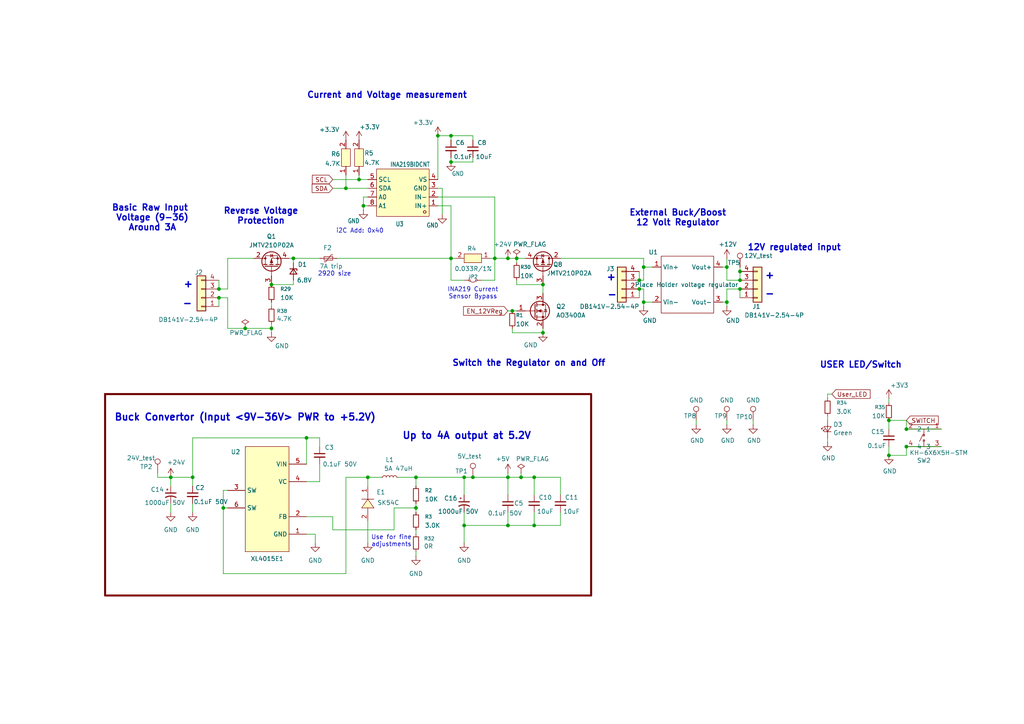
<source format=kicad_sch>
(kicad_sch (version 20250114) (generator "eeschema") (generator_version "9.0")
  (paper "A4")
  (title_block (title "MothBox") (date "2025-10-02") (rev "5.0.2") (company "Digital Naturalism Laboritories"))
  (lib_symbols
    (symbol "0_easyeda2kicad:KH-6X6X5H-STM"
      (property "Reference" "SW?" (at 0 7.62 0))
      (property "Value" "KH-6X6X5H-STM" (at 0 -7.62 0))
      (symbol "KH-6X6X5H-STM_0_1"
        (pin unspecified line (at -5.08 2.54 0) (length 2.54) (name "1") (number "1"))
        (pin unspecified line (at -5.08 -2.54 0) (length 2.54) (name "3") (number "3"))
        (pin unspecified line (at 5.08 2.54 180) (length 2.54) (name "2") (number "2"))
        (pin unspecified line (at 5.08 -2.54 180) (length 2.54) (name "4") (number "4"))
      )
    )
    (symbol "0_pauls_symbols:Device_LED_Small" (pin_numbers (hide yes)) (pin_names (offset 0.254) (hide yes))
      (property "Reference" "D" (at -1.27 3.175 0))
      (property "Value" "Device_LED_Small" (at -4.445 -2.54 0))
      (symbol "Device_LED_Small_1_1"
        (pin passive line (at -2.54 0 0) (length 1.778) (name "K") (number "1"))
        (pin passive line (at 2.54 0 180) (length 1.778) (name "A") (number "2"))
      )
    )
    (symbol "FRC0603J103TS_1" (pin_names (hide yes))
      (property "Reference" "R" (at 0 5.08 0))
      (property "Value" "FRC0603J103TS" (at 0 -5.08 0))
      (symbol "FRC0603J103TS_1_0_1"
        (pin unspecified line (at -5.08 0 0) (length 2.54) (name "1") (number "1"))
        (pin unspecified line (at 5.08 0 180) (length 2.54) (name "2") (number "2"))
      )
    )
    (symbol "Jumper:Jumper_2_Small_Bridged" (pin_numbers (hide yes)) (pin_names (offset 0) (hide yes))
      (property "Reference" "JP" (at 0 2.032 0))
      (property "Value" "Jumper_2_Small_Bridged" (at 0 -2.286 0))
      (symbol "Jumper_2_Small_Bridged_1_1"
        (pin passive line (at -2.54 0 0) (length 1.27) (name "A") (number "1"))
        (pin passive line (at 2.54 0 180) (length 1.27) (name "B") (number "2"))
      )
    )
    (symbol "MothBox_Symbol_Library:+12V" (power) (pin_numbers (hide yes)) (pin_names (offset 0) (hide yes))
      (property "Value" "+12V" (at 0 3.556 0))
      (symbol "+12V_1_1"
        (pin power_in line (at 0 0 90) (length 0) (name "~") (number "1"))
      )
    )
    (symbol "MothBox_Symbol_Library:+24V" (power) (pin_numbers (hide yes)) (pin_names (offset 0) (hide yes))
      (property "Value" "+24V" (at 0 3.556 0))
      (symbol "+24V_1_1"
        (pin power_in line (at 0 0 90) (length 0) (name "~") (number "1"))
      )
    )
    (symbol "MothBox_Symbol_Library:+3.3V" (power) (pin_numbers (hide yes)) (pin_names (offset 0) (hide yes))
      (property "Value" "+3.3V" (at 0 3.556 0))
      (symbol "+3.3V_1_1"
        (pin power_in line (at 0 0 90) (length 0) (name "~") (number "1"))
      )
    )
    (symbol "MothBox_Symbol_Library:+5V" (power) (pin_numbers (hide yes)) (pin_names (offset 0) (hide yes))
      (property "Value" "+5V" (at 0 3.556 0))
      (symbol "+5V_1_1"
        (pin power_in line (at 0 0 90) (length 0) (name "~") (number "1"))
      )
    )
    (symbol "MothBox_Symbol_Library:Buck-Boost"
      (property "Reference" "U" (at 0 0 0))
      (symbol "Buck-Boost_1_1"
        (pin input line (at -10.16 5.08 0) (length 2.54) (name "Vin+") (number "1"))
        (pin input line (at -10.16 -5.08 0) (length 2.54) (name "Vin-") (number "2"))
        (pin output line (at 10.16 5.08 180) (length 2.54) (name "Vout+") (number "4"))
        (pin output line (at 10.16 -5.08 180) (length 2.54) (name "Vout-") (number "3"))
      )
    )
    (symbol "MothBox_Symbol_Library:C_Polarized_Small_US" (pin_numbers (hide yes)) (pin_names (offset 0.254) (hide yes))
      (property "Reference" "C" (at 0.254 1.778 0))
      (property "Value" "C_Polarized_Small_US" (at 0.254 -2.032 0))
      (symbol "C_Polarized_Small_US_1_1"
        (pin passive line (at 0 2.54 270) (length 2.032) (name "~") (number "1"))
        (pin passive line (at 0 -2.54 90) (length 2.032) (name "~") (number "2"))
      )
    )
    (symbol "MothBox_Symbol_Library:C_Small" (pin_numbers (hide yes)) (pin_names (offset 0.254) (hide yes))
      (property "Reference" "C" (at 0.254 1.778 0))
      (property "Value" "C_Small" (at 0.254 -2.032 0))
      (symbol "C_Small_1_1"
        (pin passive line (at 0 2.54 270) (length 2.032) (name "~") (number "1"))
        (pin passive line (at 0 -2.54 90) (length 2.032) (name "~") (number "2"))
      )
    )
    (symbol "MothBox_Symbol_Library:Conn_01x04" (pin_names (offset 1.016) (hide yes))
      (property "Reference" "J" (at 0 5.08 0))
      (property "Value" "Conn_01x04" (at 0 -7.62 0))
      (symbol "Conn_01x04_1_1"
        (pin passive line (at -5.08 2.54 0) (length 3.81) (name "Pin_1") (number "1"))
        (pin passive line (at -5.08 0 0) (length 3.81) (name "Pin_2") (number "2"))
        (pin passive line (at -5.08 -2.54 0) (length 3.81) (name "Pin_3") (number "3"))
        (pin passive line (at -5.08 -5.08 0) (length 3.81) (name "Pin_4") (number "4"))
      )
    )
    (symbol "MothBox_Symbol_Library:D_Zener_Small" (pin_numbers (hide yes)) (pin_names (offset 0.254) (hide yes))
      (property "Reference" "D" (at 0 2.286 0))
      (property "Value" "D_Zener_Small" (at 0 -2.286 0))
      (symbol "D_Zener_Small_1_1"
        (pin passive line (at -2.54 0 0) (length 1.778) (name "K") (number "1"))
        (pin passive line (at 2.54 0 180) (length 1.778) (name "A") (number "2"))
      )
    )
    (symbol "MothBox_Symbol_Library:FRC0603J103TS" (pin_names (hide yes))
      (property "Reference" "R" (at 0 5.08 0))
      (property "Value" "FRC0603J103TS" (at 0 -5.08 0))
      (symbol "FRC0603J103TS_0_1"
        (pin unspecified line (at -5.08 0 0) (length 2.54) (name "1") (number "1"))
        (pin unspecified line (at 5.08 0 180) (length 2.54) (name "2") (number "2"))
      )
    )
    (symbol "MothBox_Symbol_Library:GND" (power) (pin_numbers (hide yes)) (pin_names (offset 0) (hide yes))
      (property "Value" "GND" (at 0 -3.81 0))
      (symbol "GND_1_1"
        (pin power_in line (at 0 0 270) (length 0) (name "~") (number "1"))
      )
    )
    (symbol "MothBox_Symbol_Library:INA219AIDCNR"
      (property "Reference" "U" (at 0 8.89 0))
      (property "Value" "INA219AIDCNR" (at 0 -8.89 0))
      (symbol "INA219AIDCNR_0_1"
        (pin unspecified line (at -10.16 3.81 0) (length 2.54) (name "IN+") (number "1"))
        (pin unspecified line (at -10.16 1.27 0) (length 2.54) (name "IN-") (number "2"))
        (pin unspecified line (at -10.16 -1.27 0) (length 2.54) (name "GND") (number "3"))
        (pin unspecified line (at -10.16 -3.81 0) (length 2.54) (name "VS") (number "4"))
        (pin unspecified line (at 10.16 3.81 180) (length 2.54) (name "A1") (number "8"))
        (pin unspecified line (at 10.16 1.27 180) (length 2.54) (name "A0") (number "7"))
        (pin unspecified line (at 10.16 -1.27 180) (length 2.54) (name "SDA") (number "6"))
        (pin unspecified line (at 10.16 -3.81 180) (length 2.54) (name "SCL") (number "5"))
      )
    )
    (symbol "MothBox_Symbol_Library:JMTV210P02A" (pin_names (hide yes))
      (property "Reference" "Q" (at 5.08 1.905 0))
      (property "Value" "JMTV210P02A" (at 5.08 0 0))
      (symbol "JMTV210P02A_1_1"
        (pin input line (at -5.08 0 0) (length 2.54) (name "G") (number "3"))
        (pin passive line (at 2.54 5.08 270) (length 2.54) (hide yes) (name "D") (number "1"))
        (pin passive line (at 2.54 5.08 270) (length 2.54) (name "D") (number "2"))
        (pin passive line (at 2.54 5.08 270) (length 2.54) (hide yes) (name "D") (number "5"))
        (pin passive line (at 2.54 5.08 270) (length 2.54) (hide yes) (name "D") (number "6"))
        (pin passive line (at 2.54 5.08 270) (length 2.54) (hide yes) (name "D") (number "8"))
        (pin passive line (at 2.54 -5.08 90) (length 2.54) (name "S") (number "4"))
        (pin passive line (at 2.54 -5.08 90) (length 2.54) (hide yes) (name "S") (number "7"))
      )
    )
    (symbol "MothBox_Symbol_Library:L_Small" (pin_numbers (hide yes)) (pin_names (offset 0.254) (hide yes))
      (property "Reference" "L" (at 0.762 1.016 0))
      (property "Value" "L_Small" (at 0.762 -1.016 0))
      (symbol "L_Small_1_1"
        (pin passive line (at 0 2.54 270) (length 0.508) (name "~") (number "1"))
        (pin passive line (at 0 -2.54 90) (length 0.508) (name "~") (number "2"))
      )
    )
    (symbol "MothBox_Symbol_Library:PCSR2512BR100M6" (pin_names (hide yes))
      (property "Reference" "R" (at 0 5.08 0))
      (property "Value" "PCSR2512BR100M6" (at 0 -5.08 0))
      (symbol "PCSR2512BR100M6_0_1"
        (pin unspecified line (at -5.08 0 0) (length 2.54) (name "1") (number "1"))
        (pin unspecified line (at 5.08 0 180) (length 2.54) (name "2") (number "2"))
      )
    )
    (symbol "MothBox_Symbol_Library:PWR_FLAG" (power) (pin_numbers (hide yes)) (pin_names (offset 0) (hide yes))
      (property "Value" "PWR_FLAG" (at 0 3.81 0))
      (symbol "PWR_FLAG_0_0"
        (pin power_out line (at 0 0 90) (length 0) (name "~") (number "1"))
      )
    )
    (symbol "MothBox_Symbol_Library:Polyfuse_Small" (pin_numbers (hide yes)) (pin_names (offset 0))
      (property "Reference" "F" (at -1.905 0 90))
      (property "Value" "Polyfuse_Small" (at 1.905 0 90))
      (symbol "Polyfuse_Small_1_1"
        (pin passive line (at 0 2.54 270) (length 0.635) (name "~") (number "1"))
        (pin passive line (at 0 -2.54 90) (length 0.635) (name "~") (number "2"))
      )
    )
    (symbol "MothBox_Symbol_Library:R_Small" (pin_numbers (hide yes)) (pin_names (offset 0.254) (hide yes))
      (property "Reference" "R" (at 0 0 90))
      (property "Value" "R_Small" (at 1.778 0 90))
      (symbol "R_Small_1_1"
        (pin passive line (at 0 2.54 270) (length 0.762) (name "~") (number "1"))
        (pin passive line (at 0 -2.54 90) (length 0.762) (name "~") (number "2"))
      )
    )
    (symbol "MothBox_Symbol_Library:SK54C_C5449119" (pin_names (hide yes))
      (property "Reference" "U" (at 0 5.08 0))
      (property "Value" "SK54C_C5449119" (at 0 -5.08 0))
      (symbol "SK54C_C5449119_0_1"
        (pin unspecified line (at -5.08 0 0) (length 2.54) (name "C") (number "1"))
        (pin unspecified line (at 5.08 0 180) (length 2.54) (name "A") (number "2"))
      )
    )
    (symbol "MothBox_Symbol_Library:TestPoint" (pin_numbers (hide yes)) (pin_names (offset 0.762) (hide yes))
      (property "Reference" "TP" (at 0 6.858 0))
      (property "Value" "TestPoint" (at 0 5.08 0))
      (symbol "TestPoint_1_1"
        (pin passive line (at 0 0 90) (length 2.54) (name "1") (number "1"))
      )
    )
    (symbol "MothBox_Symbol_Library:XL4015E1"
      (property "Reference" "U" (at 0 15.24 0))
      (property "Value" "XL4015E1" (at 0 -15.24 0))
      (symbol "XL4015E1_0_1"
        (pin unspecified line (at -11.43 2.54 0) (length 5.08) (name "SW") (number "3"))
        (pin unspecified line (at -11.43 -2.54 0) (length 5.08) (name "SW") (number "6"))
        (pin unspecified line (at 11.43 10.16 180) (length 5.08) (name "VIN") (number "5"))
        (pin unspecified line (at 11.43 5.08 180) (length 5.08) (name "VC") (number "4"))
        (pin unspecified line (at 11.43 -5.08 180) (length 5.08) (name "FB") (number "2"))
        (pin unspecified line (at 11.43 -10.16 180) (length 5.08) (name "GND") (number "1"))
      )
    )
    (symbol "Transistor_FET:AO3400A" (pin_names (offset 0) (hide yes))
      (property "Reference" "Q" (at 5.08 1.905 0))
      (property "Value" "AO3400A" (at 5.08 0 0))
      (symbol "AO3400A_1_1"
        (pin input line (at -5.08 0 0) (length 2.54) (name "G") (number "1"))
        (pin passive line (at 2.54 5.08 270) (length 2.54) (name "D") (number "3"))
        (pin passive line (at 2.54 -5.08 90) (length 2.54) (name "S") (number "2"))
      )
    )
  )
  (rectangle (start 30.48 114.3) (end 171.45 172.72) (stroke (width 0.5842) (color 110 0 0 1)))
  (text "+" (at 223.266 80.01 0) (effects (font (size 2 2) (thickness 0.4) (bold yes))))
  (text "Current and Voltage measurement\n" (at 112.268 27.686 0) (effects (font (size 1.778 1.778) (thickness 0.3556) (bold yes))))
  (text "i2C Add: 0x40" (at 104.394 67.056 0) (effects (font (size 1.27 1.27))))
  (text "Buck Convertor (Input <9V-36V> PWR to +5.2V)" (at 71.12 121.158 0) (effects (font (size 2 2) (thickness 0.4) (bold yes))))
  (text "Reverse Voltage\nProtection" (at 75.692 62.738 0) (effects (font (size 1.778 1.778) (thickness 0.3556) (bold yes))))
  (text "+" (at 54.61 82.55 0) (effects (font (size 2 2) (thickness 0.4) (bold yes))))
  (text "-" (at 223.266 85.344 0) (effects (font (size 2 2) (thickness 0.4) (bold yes))))
  (text "Use for fine\nadjustments" (at 113.538 156.972 0) (effects (font (size 1.27 1.27))))
  (text "+" (at 177.292 80.518 0) (effects (font (size 2 2) (thickness 0.4) (bold yes))))
  (text "INA219 Current\nSensor Bypass" (at 137.16 85.09 0) (effects (font (size 1.27 1.27))))
  (text "12V regulated input\n" (at 230.378 71.882 0) (effects (font (size 1.778 1.778) (thickness 0.3556) (bold yes))))
  (text "Switch the Regulator on and Off\n" (at 153.416 105.41 0) (effects (font (size 1.778 1.778) (thickness 0.3556) (bold yes))))
  (text "2920 size" (at 97.028 79.502 0) (effects (font (size 1.27 1.27))))
  (text "-" (at 177.546 85.598 0) (effects (font (size 2 2) (thickness 0.4) (bold yes))))
  (text "Up to 4A output at 5.2V" (at 135.382 126.492 0) (effects (font (size 2 2) (thickness 0.4) (bold yes))))
  (text "USER LED/Switch" (at 249.682 105.918 0) (effects (font (size 1.778 1.778) (thickness 0.3556) (bold yes))))
  (text "Basic Raw Input \nVoltage (9-36)\nAround 3A" (at 44.196 63.246 0) (effects (font (size 1.778 1.778) (thickness 0.3556) (bold yes))))
  (text "-" (at 54.356 88.138 0) (effects (font (size 2 2) (thickness 0.4) (bold yes))))
  (text "External Buck/Boost\n12 Volt Regulator" (at 196.596 63.246 0) (effects (font (size 1.778 1.778) (thickness 0.3556) (bold yes))))
  (junction (at 100.33 54.61))
  (junction (at 104.14 52.07))
  (junction (at 106.68 138.43))
  (junction (at 186.69 87.63))
  (junction (at 63.5 86.36))
  (junction (at 134.62 138.43))
  (junction (at 154.94 138.43))
  (junction (at 262.89 124.46))
  (junction (at 71.12 95.25))
  (junction (at 185.42 83.82))
  (junction (at 105.41 59.69))
  (junction (at 149.86 74.93))
  (junction (at 186.69 77.47))
  (junction (at 157.48 96.52))
  (junction (at 151.13 138.43))
  (junction (at 143.51 74.93))
  (junction (at 120.65 147.32))
  (junction (at 78.74 82.55))
  (junction (at 148.59 90.17))
  (junction (at 157.48 82.55))
  (junction (at 120.65 138.43))
  (junction (at 85.09 74.93))
  (junction (at 88.9 127))
  (junction (at 147.32 138.43))
  (junction (at 49.53 138.43))
  (junction (at 130.81 39.37))
  (junction (at 63.5 83.82))
  (junction (at 214.63 78.74))
  (junction (at 130.81 46.99))
  (junction (at 210.82 87.63))
  (junction (at 214.63 81.28))
  (junction (at 257.81 132.08))
  (junction (at 210.82 77.47))
  (junction (at 262.89 129.54))
  (junction (at 214.63 83.82))
  (junction (at 134.62 152.4))
  (junction (at 137.16 138.43))
  (junction (at 130.81 74.93))
  (junction (at 147.32 152.4))
  (junction (at 147.32 74.93))
  (junction (at 127 39.37))
  (junction (at 78.74 95.25))
  (junction (at 257.81 121.92))
  (junction (at 154.94 152.4))
  (junction (at 185.42 81.28))
  (junction (at 55.88 138.43))
  (junction (at 64.77 147.32))
  (wire (pts (xy 55.88 127) (xy 55.88 138.43)))
  (wire (pts (xy 63.5 83.82) (xy 66.04 83.82)))
  (wire (pts (xy 128.27 54.61) (xy 128.27 62.23)))
  (wire (pts (xy 78.74 82.55) (xy 85.09 82.55)))
  (wire (pts (xy 127 54.61) (xy 128.27 54.61)))
  (wire (pts (xy 186.69 87.63) (xy 189.23 87.63)))
  (wire (pts (xy 96.52 149.86) (xy 96.52 153.67)))
  (wire (pts (xy 63.5 81.28) (xy 63.5 83.82)))
  (wire (pts (xy 147.32 90.17) (xy 148.59 90.17)))
  (wire (pts (xy 64.77 147.32) (xy 64.77 142.24)))
  (wire (pts (xy 162.56 138.43) (xy 154.94 138.43)))
  (wire (pts (xy 214.63 78.74) (xy 214.63 81.28)))
  (wire (pts (xy 147.32 143.51) (xy 147.32 138.43)))
  (wire (pts (xy 154.94 138.43) (xy 151.13 138.43)))
  (wire (pts (xy 134.62 148.59) (xy 134.62 152.4)))
  (wire (pts (xy 104.14 52.07) (xy 96.52 52.07)) (stroke (width 0.1524)))
  (wire (pts (xy 114.3 147.32) (xy 120.65 147.32)))
  (wire (pts (xy 214.63 83.82) (xy 214.63 86.36)))
  (wire (pts (xy 66.04 86.36) (xy 66.04 95.25)))
  (wire (pts (xy 127 59.69) (xy 130.81 59.69)) (stroke (width 0.1524)))
  (wire (pts (xy 257.81 115.57) (xy 257.81 116.84)))
  (wire (pts (xy 45.72 138.43) (xy 49.53 138.43)))
  (wire (pts (xy 262.89 129.54) (xy 273.05 129.54)))
  (wire (pts (xy 210.82 77.47) (xy 209.55 77.47)))
  (wire (pts (xy 151.13 137.16) (xy 151.13 138.43)))
  (wire (pts (xy 210.82 74.93) (xy 210.82 77.47)))
  (wire (pts (xy 120.65 147.32) (xy 120.65 148.59)))
  (wire (pts (xy 130.81 81.28) (xy 130.81 74.93)))
  (wire (pts (xy 127 57.15) (xy 143.51 57.15)) (stroke (width 0.1524)))
  (wire (pts (xy 186.69 83.82) (xy 186.69 87.63)))
  (wire (pts (xy 162.56 74.93) (xy 186.69 74.93)))
  (wire (pts (xy 262.89 129.54) (xy 262.89 132.08)))
  (wire (pts (xy 120.65 153.67) (xy 120.65 154.94)))
  (wire (pts (xy 148.59 90.17) (xy 149.86 90.17)))
  (wire (pts (xy 147.32 74.93) (xy 149.86 74.93)))
  (wire (pts (xy 137.16 45.72) (xy 137.16 46.99)))
  (wire (pts (xy 143.51 81.28) (xy 143.51 74.93)))
  (wire (pts (xy 106.68 57.15) (xy 105.41 57.15)))
  (wire (pts (xy 66.04 147.32) (xy 64.77 147.32)))
  (wire (pts (xy 240.03 120.65) (xy 240.03 121.92)))
  (wire (pts (xy 97.79 74.93) (xy 130.81 74.93)))
  (wire (pts (xy 106.68 54.61) (xy 100.33 54.61)) (stroke (width 0.1524)))
  (wire (pts (xy 201.93 121.92) (xy 201.93 123.19)))
  (wire (pts (xy 157.48 82.55) (xy 157.48 85.09)))
  (wire (pts (xy 120.65 146.05) (xy 120.65 147.32)))
  (wire (pts (xy 147.32 148.59) (xy 147.32 152.4)))
  (wire (pts (xy 130.81 39.37) (xy 130.81 40.64)))
  (wire (pts (xy 78.74 96.52) (xy 78.74 95.25)))
  (wire (pts (xy 149.86 74.93) (xy 149.86 76.2)))
  (wire (pts (xy 91.44 154.94) (xy 91.44 157.48)))
  (wire (pts (xy 49.53 138.43) (xy 55.88 138.43)))
  (wire (pts (xy 210.82 81.28) (xy 210.82 77.47)))
  (wire (pts (xy 134.62 152.4) (xy 147.32 152.4)))
  (wire (pts (xy 88.9 154.94) (xy 91.44 154.94)))
  (wire (pts (xy 88.9 134.62) (xy 88.9 127)))
  (wire (pts (xy 185.42 83.82) (xy 185.42 86.36)))
  (wire (pts (xy 105.41 59.69) (xy 106.68 59.69)))
  (wire (pts (xy 151.13 138.43) (xy 147.32 138.43)))
  (wire (pts (xy 105.41 59.69) (xy 105.41 60.96)))
  (wire (pts (xy 186.69 77.47) (xy 186.69 74.93)))
  (wire (pts (xy 210.82 83.82) (xy 210.82 87.63)))
  (wire (pts (xy 262.89 121.92) (xy 262.89 124.46)))
  (wire (pts (xy 63.5 86.36) (xy 66.04 86.36)))
  (wire (pts (xy 49.53 146.05) (xy 49.53 148.59)))
  (wire (pts (xy 63.5 86.36) (xy 63.5 88.9)))
  (wire (pts (xy 83.82 74.93) (xy 85.09 74.93)))
  (wire (pts (xy 64.77 147.32) (xy 64.77 166.37)))
  (wire (pts (xy 186.69 81.28) (xy 186.69 77.47)))
  (wire (pts (xy 92.71 129.54) (xy 92.71 127)))
  (wire (pts (xy 85.09 74.93) (xy 92.71 74.93)))
  (wire (pts (xy 149.86 81.28) (xy 149.86 82.55)))
  (wire (pts (xy 186.69 77.47) (xy 189.23 77.47)))
  (wire (pts (xy 130.81 74.93) (xy 132.08 74.93)))
  (wire (pts (xy 127 39.37) (xy 127 52.07)))
  (wire (pts (xy 148.59 96.52) (xy 157.48 96.52)))
  (wire (pts (xy 143.51 74.93) (xy 142.24 74.93)) (stroke (width 0.1524)))
  (wire (pts (xy 157.48 95.25) (xy 157.48 96.52)))
  (wire (pts (xy 106.68 138.43) (xy 110.49 138.43)))
  (wire (pts (xy 120.65 138.43) (xy 120.65 140.97)))
  (wire (pts (xy 210.82 121.92) (xy 210.82 123.19)))
  (wire (pts (xy 185.42 78.74) (xy 185.42 81.28)))
  (wire (pts (xy 214.63 77.47) (xy 214.63 78.74)))
  (wire (pts (xy 162.56 143.51) (xy 162.56 138.43)))
  (wire (pts (xy 106.68 138.43) (xy 106.68 140.97)))
  (wire (pts (xy 257.81 121.92) (xy 257.81 124.46)))
  (wire (pts (xy 100.33 138.43) (xy 106.68 138.43)))
  (wire (pts (xy 134.62 152.4) (xy 134.62 157.48)))
  (wire (pts (xy 154.94 143.51) (xy 154.94 138.43)))
  (wire (pts (xy 154.94 152.4) (xy 147.32 152.4)))
  (wire (pts (xy 262.89 124.46) (xy 273.05 124.46)))
  (wire (pts (xy 139.7 81.28) (xy 143.51 81.28)))
  (wire (pts (xy 96.52 54.61) (xy 100.33 54.61)))
  (wire (pts (xy 66.04 74.93) (xy 66.04 83.82)))
  (wire (pts (xy 149.86 82.55) (xy 157.48 82.55)))
  (wire (pts (xy 130.81 45.72) (xy 130.81 46.99)))
  (wire (pts (xy 137.16 138.43) (xy 147.32 138.43)))
  (wire (pts (xy 186.69 87.63) (xy 186.69 88.9)))
  (wire (pts (xy 66.04 142.24) (xy 64.77 142.24)))
  (wire (pts (xy 96.52 153.67) (xy 114.3 153.67)))
  (wire (pts (xy 73.66 74.93) (xy 66.04 74.93)))
  (wire (pts (xy 154.94 148.59) (xy 154.94 152.4)))
  (wire (pts (xy 143.51 74.93) (xy 147.32 74.93)))
  (wire (pts (xy 162.56 152.4) (xy 162.56 148.59)))
  (wire (pts (xy 45.72 137.16) (xy 45.72 138.43)))
  (wire (pts (xy 214.63 81.28) (xy 210.82 81.28)))
  (wire (pts (xy 127 39.37) (xy 130.81 39.37)))
  (wire (pts (xy 88.9 149.86) (xy 96.52 149.86)))
  (wire (pts (xy 137.16 40.64) (xy 137.16 39.37)))
  (wire (pts (xy 147.32 137.16) (xy 147.32 138.43)))
  (wire (pts (xy 85.09 81.28) (xy 85.09 82.55)))
  (wire (pts (xy 64.77 166.37) (xy 100.33 166.37)))
  (wire (pts (xy 105.41 57.15) (xy 105.41 59.69)))
  (wire (pts (xy 120.65 160.02) (xy 120.65 161.29)))
  (wire (pts (xy 96.52 54.61) (xy 100.33 54.61)) (stroke (width 0.1524)))
  (wire (pts (xy 88.9 139.7) (xy 92.71 139.7)))
  (wire (pts (xy 106.68 52.07) (xy 104.14 52.07)) (stroke (width 0.1524)))
  (wire (pts (xy 149.86 74.93) (xy 152.4 74.93)))
  (wire (pts (xy 55.88 146.05) (xy 55.88 148.59)))
  (wire (pts (xy 240.03 114.3) (xy 241.3 114.3)))
  (wire (pts (xy 209.55 87.63) (xy 210.82 87.63)))
  (wire (pts (xy 240.03 127) (xy 240.03 128.27)))
  (wire (pts (xy 100.33 166.37) (xy 100.33 138.43)))
  (wire (pts (xy 92.71 127) (xy 88.9 127)))
  (wire (pts (xy 218.44 121.92) (xy 218.44 123.19)))
  (wire (pts (xy 106.68 151.13) (xy 106.68 157.48)))
  (wire (pts (xy 257.81 132.08) (xy 262.89 132.08)))
  (wire (pts (xy 148.59 95.25) (xy 148.59 96.52)))
  (wire (pts (xy 257.81 121.92) (xy 262.89 121.92)))
  (wire (pts (xy 154.94 152.4) (xy 162.56 152.4)))
  (wire (pts (xy 134.62 81.28) (xy 130.81 81.28)))
  (wire (pts (xy 257.81 129.54) (xy 257.81 132.08)))
  (wire (pts (xy 214.63 83.82) (xy 210.82 83.82)))
  (wire (pts (xy 104.14 50.8) (xy 104.14 52.07)))
  (wire (pts (xy 143.51 57.15) (xy 143.51 74.93)) (stroke (width 0.1524)))
  (wire (pts (xy 49.53 138.43) (xy 49.53 140.97)))
  (wire (pts (xy 137.16 46.99) (xy 130.81 46.99)))
  (wire (pts (xy 66.04 95.25) (xy 71.12 95.25)))
  (wire (pts (xy 240.03 115.57) (xy 240.03 114.3)))
  (wire (pts (xy 137.16 39.37) (xy 130.81 39.37)))
  (wire (pts (xy 88.9 127) (xy 55.88 127)))
  (wire (pts (xy 71.12 95.25) (xy 78.74 95.25)))
  (wire (pts (xy 78.74 95.25) (xy 78.74 93.98)))
  (wire (pts (xy 85.09 74.93) (xy 85.09 76.2)))
  (wire (pts (xy 115.57 138.43) (xy 120.65 138.43)))
  (wire (pts (xy 114.3 153.67) (xy 114.3 147.32)))
  (wire (pts (xy 134.62 143.51) (xy 134.62 138.43)))
  (wire (pts (xy 134.62 138.43) (xy 137.16 138.43)))
  (wire (pts (xy 120.65 138.43) (xy 134.62 138.43)))
  (wire (pts (xy 185.42 83.82) (xy 186.69 83.82)))
  (wire (pts (xy 100.33 50.8) (xy 100.33 54.61)))
  (wire (pts (xy 92.71 139.7) (xy 92.71 134.62)))
  (wire (pts (xy 78.74 87.63) (xy 78.74 88.9)))
  (wire (pts (xy 130.81 59.69) (xy 130.81 74.93)) (stroke (width 0.1524)))
  (wire (pts (xy 185.42 81.28) (xy 186.69 81.28)))
  (wire (pts (xy 55.88 138.43) (xy 55.88 140.97)))
  (wire (pts (xy 210.82 87.63) (xy 210.82 88.9)))
  (global_label "SCL" (shape input) (at 96.52 52.07 180) (property "Intersheetrefs" "${INTERSHEET_REFS}" (effects (hide yes))))
  (global_label "SDA" (shape input) (at 96.52 54.61 180) (property "Intersheetrefs" "${INTERSHEET_REFS}" (effects (hide yes))))
  (global_label "User_LED" (shape input) (at 241.3 114.3 0) (property "Intersheetrefs" "${INTERSHEET_REFS}" (effects (hide yes))))
  (global_label "SWITCH" (shape input) (at 262.89 121.92 0) (property "Intersheetrefs" "${INTERSHEET_REFS}" (effects (hide yes))))
  (global_label "EN_12VReg" (shape input) (at 147.32 90.17 180) (property "Intersheetrefs" "${INTERSHEET_REFS}" (effects (hide yes))))
  (symbol (lib_id "MothBox_Symbol_Library:C_Small") (at 137.16 43.18 0) (unit 1)
    (property "Reference" "C8" (at 138.43 41.402 0) (effects (justify left)))
    (property "Value" "10uF" (at 137.922 45.466 0) (effects (justify left)))
    (property "Footprint" "MothBox_footprints_Library:C_0603_1608Metric" (effects (hide yes)))
    (property "Description" "Unpolarized capacitor, small symbol" (effects (hide yes)))
    (property "LCSC_Part" "C19702" (effects (hide yes)))
  )
  (symbol (lib_id "Jumper:Jumper_2_Small_Bridged") (at 137.16 81.28 0) (mirror x) (unit 1)
    (property "Reference" "JP2" (at 137.16 80.264 0) (effects (font (size 1 1))))
    (property "Value" "Jumper_2_Small_Bridged" (effects (hide yes)))
    (property "Description" "Jumper, 2-pole, small symbol, bridged" (effects (hide yes)))
  )
  (symbol (lib_id "MothBox_Symbol_Library:GND") (at 128.27 62.23 0) (unit 1)
    (property "Reference" "#U$03" (effects (hide yes)))
    (property "Value" "GND" (at 123.698 66.04 0) (effects (font (size 1.27 1.0795)) (justify left bottom)))
  )
  (symbol (lib_id "MothBox_Symbol_Library:PCSR2512BR100M6") (at 137.16 74.93 180) (unit 1)
    (property "Reference" "R4" (at 138.176 71.374 0) (effects (justify left bottom)))
    (property "Value" "0.033R/1%" (at 131.826 77.216 0) (effects (justify right bottom)))
    (property "Footprint" "MothBox_footprints_Library:R_2512_6332Metric" (effects (hide yes)))
    (property "LCSC_Part" "C875726" (effects (hide yes)))
  )
  (symbol (lib_id "MothBox_Symbol_Library:GND") (at 218.44 123.19 0) (unit 1)
    (property "Reference" "#PWR062" (effects (hide yes)))
    (property "Value" "GND" (at 218.694 127.762 0))
    (property "Description" "Power symbol creates a global label with name \"GND\" , ground" (effects (hide yes)))
  )
  (symbol (lib_id "MothBox_Symbol_Library:Conn_01x04") (at 180.34 83.82 180) (unit 1)
    (property "Reference" "J3" (at 177.038 77.978 0))
    (property "Value" "DB141V-2.54-4P" (at 176.784 88.9 0))
    (property "Footprint" "MothBox_footprints_Library:CONN-TH_4P-P2.54_DIBO_DB141V-2.54-4P" (effects (hide yes)))
    (property "Description" "Generic connector, single row, 01x04, script generated (kicad-library-utils/schlib/autogen/connector/)" (effects (hide yes)))
    (property "LCSC_Part" "C2898746" (effects (hide yes)))
  )
  (symbol (lib_id "MothBox_Symbol_Library:GND") (at 257.81 132.08 0) (unit 1)
    (property "Reference" "#PWR072" (effects (hide yes)))
    (property "Value" "GND" (at 258.064 136.652 0))
    (property "Description" "Power symbol creates a global label with name \"GND\" , ground" (effects (hide yes)))
  )
  (symbol (lib_id "MothBox_Symbol_Library:TestPoint") (at 214.63 77.47 0) (unit 1) (in_bom no)
    (property "Reference" "TP5" (at 212.852 76.2 0))
    (property "Value" "12V_test" (at 219.964 74.168 0))
    (property "Footprint" "MothBox_footprints_Library:TestPoint_THTPad_D1.0mm_Drill0.5mm" (effects (hide yes)))
    (property "Description" "test point" (effects (hide yes)))
  )
  (symbol (lib_id "MothBox_Symbol_Library:SK54C_C5449119") (at 106.68 146.05 270) (unit 1)
    (property "Reference" "E1" (at 111.76 142.748 90) (effects (justify right)))
    (property "Value" "SK54C" (at 115.824 145.796 90) (effects (justify right)))
    (property "Footprint" "MothBox_footprints_Library:SMC_L6.9-W5.9-LS8.0-RD" (effects (hide yes)))
    (property "Description" "Independent Type 5A 550mV@5A 40V SMC Diodes - General Purpose ROHS" (effects (hide yes)))
    (property "MF" "Taiwan Semiconductor" (effects (hide yes)))
    (property "MAXIMUM_PACKAGE_HEIGHT" "2.65mm" (effects (hide yes)))
    (property "Package" "DO-214AB-2 Taiwan Semiconductor" (effects (hide yes)))
    (property "Price" "None" (effects (hide yes)))
    (property "Check_prices" "https://www.snapeda.com/parts/SK54C/taiwan/view-part/?ref=eda" (effects (hide yes)))
    (property "STANDARD" "Manufacturer Recommendations" (effects (hide yes)))
    (property "PARTREV" "S2311" (effects (hide yes)))
    (property "SnapEDA_Link" "https://www.snapeda.com/parts/SK54C/taiwan/view-part/?ref=snap" (effects (hide yes)))
    (property "MP" "SK54C" (effects (hide yes)))
    (property "Description_1" "5A, 40V, Schottky Rectifier" (effects (hide yes)))
    (property "Availability" "In Stock" (effects (hide yes)))
    (property "MANUFACTURER" "Taiwan Semiconductor" (effects (hide yes)))
    (property "LCSC_Part" "C5449119" (effects (hide yes)))
  )
  (symbol (lib_id "MothBox_Symbol_Library:XL4015E1") (at 77.47 144.78 0) (unit 1)
    (property "Reference" "U2" (at 68.326 131.064 0))
    (property "Value" "XL4015E1" (at 77.47 162.052 0))
    (property "Footprint" "Package_TO_SOT_SMD:TO-263-5_TabPin3" (effects (hide yes)))
    (property "Datasheet" "https://lcsc.com/product-detail/DC-DC-Converters_XL4015E1_C51661.html" (effects (hide yes)))
    (property "MF" "XLSEMI" (effects (hide yes)))
    (property "MAXIMUM_PACKAGE_HEIGHT" "4.77mm" (effects (hide yes)))
    (property "Package" "None" (effects (hide yes)))
    (property "Price" "None" (effects (hide yes)))
    (property "Check_prices" "https://www.snapeda.com/parts/XL4015/XLSEMI/view-part/?ref=eda" (effects (hide yes)))
    (property "STANDARD" "Manufacturer Recommendations" (effects (hide yes)))
    (property "PARTREV" "1.5" (effects (hide yes)))
    (property "SnapEDA_Link" "https://www.snapeda.com/parts/XL4015/XLSEMI/view-part/?ref=snap" (effects (hide yes)))
    (property "MP" "XL4015" (effects (hide yes)))
    (property "Description_1" "5A 180KHz 36V Buck DC to DC Converter" (effects (hide yes)))
    (property "Availability" "Not in stock" (effects (hide yes)))
    (property "MANUFACTURER" "XLSEMI" (effects (hide yes)))
    (property "LCSC_Part" "C51661" (effects (hide yes)))
  )
  (symbol (lib_id "MothBox_Symbol_Library:+12V") (at 210.82 74.93 0) (unit 1)
    (property "Reference" "#PWR06" (effects (hide yes)))
    (property "Value" "+12V" (at 211.074 70.866 0))
    (property "Description" "Power symbol creates a global label with name \"+12V\"" (effects (hide yes)))
  )
  (symbol (lib_id "MothBox_Symbol_Library:Polyfuse_Small") (at 95.25 74.93 90) (unit 1)
    (property "Reference" "F2" (at 94.996 71.882 90))
    (property "Value" "7A trip" (at 96.012 77.216 90))
    (property "Footprint" "Fuse:Fuse_2920_7451Metric" (effects (hide yes)))
    (property "Description" "Resettable fuse, polymeric positive temperature coefficient, small symbol" (effects (hide yes)))
    (property "LCSC_Part" "C22363536" (effects (hide yes)))
  )
  (symbol (lib_id "0_pauls_symbols:Device_LED_Small") (at 240.03 124.46 90) (unit 1)
    (property "Reference" "D3" (at 241.681 123.1208 90) (effects (justify right)))
    (property "Value" "Green" (at 241.681 125.5451 90) (effects (justify right)))
    (property "Footprint" "LED_SMD:LED_0603_1608Metric" (effects (hide yes)))
    (property "LCSC" "C72043" (effects (hide yes)))
  )
  (symbol (lib_id "MothBox_Symbol_Library:Conn_01x04") (at 58.42 86.36 180) (unit 1)
    (property "Reference" "J2" (at 57.658 78.994 0))
    (property "Value" "DB141V-2.54-4P" (at 54.61 92.71 0))
    (property "Footprint" "MothBox_footprints_Library:CONN-TH_4P-P2.54_DIBO_DB141V-2.54-4P" (effects (hide yes)))
    (property "Description" "Generic connector, single row, 01x04, script generated (kicad-library-utils/schlib/autogen/connector/)" (effects (hide yes)))
    (property "LCSC_Part" "C2898746" (effects (hide yes)))
  )
  (symbol (lib_id "MothBox_Symbol_Library:GND") (at 210.82 123.19 0) (unit 1)
    (property "Reference" "#PWR059" (effects (hide yes)))
    (property "Value" "GND" (at 211.074 127.762 0))
    (property "Description" "Power symbol creates a global label with name \"GND\" , ground" (effects (hide yes)))
  )
  (symbol (lib_id "MothBox_Symbol_Library:PWR_FLAG") (at 151.13 137.16 0) (unit 1)
    (property "Reference" "#FLG03" (effects (hide yes)))
    (property "Value" "PWR_FLAG" (at 154.432 133.096 0))
    (property "Description" "Special symbol for telling ERC where power comes from" (effects (hide yes)))
  )
  (symbol (lib_id "MothBox_Symbol_Library:R_Small") (at 257.81 119.38 0) (mirror y) (unit 1)
    (property "Reference" "R35" (at 256.794 118.11 0) (effects (font (size 1.016 1.016)) (justify left)))
    (property "Value" "10K" (at 256.794 120.65 0) (effects (justify left)))
    (property "Footprint" "MothBox_footprints_Library:R_0603_1608Metric" (effects (hide yes)))
    (property "Description" "Resistor, small symbol" (effects (hide yes)))
    (property "LCSC_Part" "C25804" (effects (hide yes)))
  )
  (symbol (lib_id "MothBox_Symbol_Library:TestPoint") (at 45.72 137.16 0) (unit 1) (in_bom no)
    (property "Reference" "TP2" (at 42.418 135.382 0))
    (property "Value" "24V_test" (at 40.894 132.842 0))
    (property "Footprint" "MothBox_footprints_Library:TestPoint_THTPad_D1.0mm_Drill0.5mm" (effects (hide yes)))
    (property "Description" "test point" (effects (hide yes)))
  )
  (symbol (lib_id "MothBox_Symbol_Library:R_Small") (at 78.74 91.44 0) (unit 1)
    (property "Reference" "R38" (at 80.2386 90.2278 0) (effects (font (size 1.016 1.016)) (justify left)))
    (property "Value" "4.7K" (at 80.2386 92.4477 0) (effects (justify left)))
    (property "Footprint" "MothBox_footprints_Library:R_0603_1608Metric" (effects (hide yes)))
    (property "Description" "Resistor, small symbol" (effects (hide yes)))
    (property "LCSC_Part" "C23162" (effects (hide yes)))
  )
  (symbol (lib_id "MothBox_Symbol_Library:+24V") (at 49.53 138.43 0) (unit 1)
    (property "Reference" "#PWR031" (effects (hide yes)))
    (property "Value" "+24V" (at 51.054 134.112 0))
    (property "Description" "Power symbol creates a global label with name \"+24V\"" (effects (hide yes)))
  )
  (symbol (lib_id "MothBox_Symbol_Library:+24V") (at 147.32 74.93 0) (unit 1)
    (property "Reference" "#PWR01" (effects (hide yes)))
    (property "Value" "+24V" (at 145.796 70.866 0))
    (property "Description" "Power symbol creates a global label with name \"+24V\"" (effects (hide yes)))
  )
  (symbol (lib_id "MothBox_Symbol_Library:PWR_FLAG") (at 149.86 74.93 0) (unit 1)
    (property "Reference" "#FLG01" (effects (hide yes)))
    (property "Value" "PWR_FLAG" (at 148.844 70.866 0) (effects (justify left)))
    (property "Description" "Special symbol for telling ERC where power comes from" (effects (hide yes)))
  )
  (symbol (lib_id "MothBox_Symbol_Library:TestPoint") (at 201.93 121.92 0) (unit 1) (in_bom no)
    (property "Reference" "TP8" (at 200.152 120.65 0))
    (property "Value" "GND" (at 201.93 116.078 0))
    (property "Footprint" "MothBox_footprints_Library:TestPoint_THTPad_D1.0mm_Drill0.5mm" (effects (hide yes)))
    (property "Description" "test point" (effects (hide yes)))
  )
  (symbol (lib_id "MothBox_Symbol_Library:GND") (at 157.48 96.52 0) (unit 1)
    (property "Reference" "#PWR0101" (effects (hide yes)))
    (property "Value" "GND" (at 153.924 100.076 0))
    (property "Description" "Power symbol creates a global label with name \"GND\" , ground" (effects (hide yes)))
  )
  (symbol (lib_id "MothBox_Symbol_Library:GND") (at 240.03 128.27 0) (unit 1)
    (property "Reference" "#PWR071" (effects (hide yes)))
    (property "Value" "GND" (at 240.284 132.842 0))
    (property "Description" "Power symbol creates a global label with name \"GND\" , ground" (effects (hide yes)))
  )
  (symbol (lib_id "MothBox_Symbol_Library:C_Small") (at 147.32 146.05 0) (unit 1)
    (property "Reference" "C5" (at 149.0941 145.9695 0) (effects (justify left)))
    (property "Value" "0.1uF 50V" (at 141.478 148.844 0) (effects (justify left)))
    (property "Footprint" "MothBox_footprints_Library:C_0603_1608Metric" (effects (hide yes)))
    (property "Description" "50V 0.1uF X7R ±10% 0805 Multilayer Ceramic Capacitors MLCC - SMD/SMT ROHS" (effects (hide yes)))
    (property "LCSC_Part" "C14663" (effects (hide yes)))
  )
  (symbol (lib_id "MothBox_Symbol_Library:GND") (at 105.41 60.96 0) (unit 1)
    (property "Reference" "#U$02" (effects (hide yes)))
    (property "Value" "GND" (at 100.838 64.77 0) (effects (font (size 1.27 1.0795)) (justify left bottom)))
  )
  (symbol (lib_id "MothBox_Symbol_Library:R_Small") (at 240.03 118.11 0) (unit 1)
    (property "Reference" "R34" (at 242.57 116.8399 0) (effects (font (size 1.016 1.016)) (justify left)))
    (property "Value" "3.0K" (at 242.57 119.3799 0) (effects (justify left)))
    (property "Footprint" "MothBox_footprints_Library:R_0603_1608Metric" (effects (hide yes)))
    (property "Description" "Resistor, small symbol" (effects (hide yes)))
    (property "LCSC_Part" "C4211" (effects (hide yes)))
  )
  (symbol (lib_id "MothBox_Symbol_Library:L_Small") (at 113.03 138.43 90) (unit 1)
    (property "Reference" "L1" (at 113.03 133.35 90))
    (property "Value" "5A 47uH" (at 115.57 135.89 90))
    (property "Footprint" "MothBox_footprints_Library:L_Chilisin_BMRG00131360" (effects (hide yes)))
    (property "Description" "5A 47uH Integrated molded inductor ±20% SMD,13.8x12.6x6.5mm Power Inductors ROHS" (effects (hide yes)))
    (property "LCSC_Part" "C497913" (effects (hide yes)))
  )
  (symbol (lib_id "MothBox_Symbol_Library:+3.3V") (at 104.14 40.64 0) (mirror y) (unit 1)
    (property "Reference" "#PWR015" (effects (hide yes)))
    (property "Value" "+3.3V" (at 107.188 36.83 0))
    (property "Description" "Power symbol creates a global label with name \"+3.3V\"" (effects (hide yes)))
  )
  (symbol (lib_id "0_easyeda2kicad:KH-6X6X5H-STM") (at 267.97 127 0) (mirror y) (unit 1)
    (property "Reference" "SW2" (at 267.97 133.5575 0))
    (property "Value" "KH-6X6X5H-STM" (at 272.288 131.318 0))
    (property "Footprint" "0_easyeda_footprints:SW-SMD_4P-L6.0-W6.0-P4.50-LS9.0_H5.0" (effects (hide yes)))
    (property "LCSC Part" "C455095" (effects (hide yes)))
  )
  (symbol (lib_id "MothBox_Symbol_Library:+3.3V") (at 257.81 115.57 0) (mirror y) (unit 1)
    (property "Reference" "#PWR073" (effects (hide yes)))
    (property "Value" "+3V3" (at 260.858 111.76 0))
    (property "Description" "Power symbol creates a global label with name \"+3.3V\"" (effects (hide yes)))
  )
  (symbol (lib_id "MothBox_Symbol_Library:C_Small") (at 92.71 132.08 0) (mirror y) (unit 1)
    (property "Reference" "C3" (at 95.504 129.794 0))
    (property "Value" "0.1uF 50V" (at 98.552 134.62 0))
    (property "Footprint" "MothBox_footprints_Library:C_0603_1608Metric" (effects (hide yes)))
    (property "Description" "50V 0.1uF X7R ±10% 0805 Multilayer Ceramic Capacitors MLCC - SMD/SMT ROHS" (effects (hide yes)))
    (property "LCSC_Part" "C14663" (effects (hide yes)))
  )
  (symbol (lib_id "MothBox_Symbol_Library:GND") (at 55.88 148.59 0) (unit 1)
    (property "Reference" "#PWR04" (effects (hide yes)))
    (property "Value" "GND" (at 55.88 153.67 0))
    (property "Description" "Power symbol creates a global label with name \"GND\" , ground" (effects (hide yes)))
  )
  (symbol (lib_id "MothBox_Symbol_Library:R_Small") (at 120.65 157.48 0) (unit 1)
    (property "Reference" "R32" (at 122.936 156.21 0) (effects (font (size 1.016 1.016)) (justify left)))
    (property "Value" "0R" (at 122.936 158.4299 0) (effects (justify left)))
    (property "Footprint" "MothBox_footprints_Library:R_0603_1608Metric" (effects (hide yes)))
    (property "Description" "Resistor, small symbol" (effects (hide yes)))
    (property "LCSC_Part" "C21189" (effects (hide yes)))
  )
  (symbol (lib_id "MothBox_Symbol_Library:PWR_FLAG") (at 71.12 95.25 0) (unit 1)
    (property "Reference" "#FLG02" (effects (hide yes)))
    (property "Value" "PWR_FLAG" (at 71.374 96.52 0))
    (property "Description" "Special symbol for telling ERC where power comes from" (effects (hide yes)))
  )
  (symbol (lib_id "MothBox_Symbol_Library:TestPoint") (at 210.82 121.92 0) (unit 1) (in_bom no)
    (property "Reference" "TP9" (at 209.042 120.65 0))
    (property "Value" "GND" (at 210.82 116.078 0))
    (property "Footprint" "MothBox_footprints_Library:TestPoint_THTPad_D1.0mm_Drill0.5mm" (effects (hide yes)))
    (property "Description" "test point" (effects (hide yes)))
  )
  (symbol (lib_id "MothBox_Symbol_Library:GND") (at 134.62 157.48 0) (unit 1)
    (property "Reference" "#PWR011" (effects (hide yes)))
    (property "Value" "GND" (at 134.62 162.56 0))
    (property "Description" "Power symbol creates a global label with name \"GND\" , ground" (effects (hide yes)))
  )
  (symbol (lib_id "MothBox_Symbol_Library:D_Zener_Small") (at 85.09 78.74 270) (unit 1)
    (property "Reference" "D1" (at 86.36 76.708 90) (effects (justify left)))
    (property "Value" "6.8V" (at 86.106 81.28 90) (effects (justify left)))
    (property "Footprint" "MothBox_footprints_Library:D_SOD-323" (effects (hide yes)))
    (property "Description" "Zener diode, small symbol" (effects (hide yes)))
    (property "DESCRIPTION" "BZT52C6V8S" (effects (hide yes)))
    (property "LCSC_Part" "C46641604" (effects (hide yes)))
  )
  (symbol (lib_id "MothBox_Symbol_Library:GND") (at 210.82 88.9 0) (unit 1)
    (property "Reference" "#PWR07" (effects (hide yes)))
    (property "Value" "GND" (at 212.598 92.964 0))
    (property "Description" "Power symbol creates a global label with name \"GND\" , ground" (effects (hide yes)))
  )
  (symbol (lib_id "MothBox_Symbol_Library:R_Small") (at 120.65 151.13 0) (unit 1)
    (property "Reference" "R3" (at 123.19 149.8599 0) (effects (font (size 1.016 1.016)) (justify left)))
    (property "Value" "3.0K" (at 123.19 152.3999 0) (effects (justify left)))
    (property "Footprint" "MothBox_footprints_Library:R_0603_1608Metric" (effects (hide yes)))
    (property "Description" "Resistor, small symbol" (effects (hide yes)))
    (property "LCSC_Part" "C4211" (effects (hide yes)))
  )
  (symbol (lib_id "MothBox_Symbol_Library:GND") (at 49.53 148.59 0) (unit 1)
    (property "Reference" "#PWR03" (effects (hide yes)))
    (property "Value" "GND" (at 49.53 153.67 0))
    (property "Description" "Power symbol creates a global label with name \"GND\" , ground" (effects (hide yes)))
  )
  (symbol (lib_id "MothBox_Symbol_Library:GND") (at 91.44 157.48 0) (unit 1)
    (property "Reference" "#PWR08" (effects (hide yes)))
    (property "Value" "GND" (at 91.44 162.56 0))
    (property "Description" "Power symbol creates a global label with name \"GND\" , ground" (effects (hide yes)))
  )
  (symbol (lib_id "MothBox_Symbol_Library:TestPoint") (at 137.16 138.43 0) (unit 1) (in_bom no)
    (property "Reference" "TP1" (at 133.858 136.652 0))
    (property "Value" "5V_test" (at 136.144 132.334 0))
    (property "Footprint" "MothBox_footprints_Library:TestPoint_THTPad_D1.0mm_Drill0.5mm" (effects (hide yes)))
    (property "Description" "test point" (effects (hide yes)))
  )
  (symbol (lib_id "MothBox_Symbol_Library:JMTV210P02A") (at 78.74 77.47 90) (unit 1)
    (property "Reference" "Q1" (at 78.74 68.58 90))
    (property "Value" "JMTV210P02A" (at 78.74 71.12 90))
    (property "Footprint" "MothBox_footprints_Library:U-DFN2020-6_L2.0-W2.0-P0.65-BL" (effects (hide yes)))
    (property "Datasheet" "http://www.vishay.com/docs/70209/70209.pdf" (effects (hide yes)))
    (property "Description" "-4.0A Id, -30V Vds, P-Channel MOSFET, SOT-23" (effects (hide yes)))
    (property "LCSC_Part" "C2938482" (effects (hide yes)))
  )
  (symbol (lib_id "MothBox_Symbol_Library:R_Small") (at 120.65 143.51 0) (unit 1)
    (property "Reference" "R2" (at 123.19 142.2399 0) (effects (font (size 1.016 1.016)) (justify left)))
    (property "Value" "10K" (at 123.19 144.7799 0) (effects (justify left)))
    (property "Footprint" "MothBox_footprints_Library:R_0603_1608Metric" (effects (hide yes)))
    (property "Description" "Resistor, small symbol" (effects (hide yes)))
    (property "LCSC_Part" "C25804" (effects (hide yes)))
  )
  (symbol (lib_id "MothBox_Symbol_Library:GND") (at 130.81 46.99 0) (unit 1)
    (property "Reference" "#U$01" (effects (hide yes)))
    (property "Value" "GND" (at 131.064 51.054 0) (effects (font (size 1.27 1.0795)) (justify left bottom)))
  )
  (symbol (lib_name "FRC0603J103TS_1") (lib_id "MothBox_Symbol_Library:FRC0603J103TS_1") (at 104.14 45.72 270) (mirror x) (unit 1)
    (property "Reference" "R5" (at 105.664 43.688 90) (effects (justify left bottom)))
    (property "Value" "4.7K" (at 105.664 46.482 90) (effects (justify left bottom)))
    (property "Footprint" "MothBox_footprints_Library:R_0603_1608Metric" (effects (hide yes)))
    (property "LCSC_Part" "C23162" (effects (hide yes)))
  )
  (symbol (lib_id "MothBox_Symbol_Library:C_Polarized_Small_US") (at 134.62 146.05 0) (unit 1)
    (property "Reference" "C16" (at 128.778 144.526 0) (effects (justify left)))
    (property "Value" "1000uF 50V" (at 127 148.336 0) (effects (justify left)))
    (property "Footprint" "0_easyeda_footprints:CAP-TH_BD16.0-P7.50-D1.2-FD" (effects (hide yes)))
    (property "Datasheet" "https://lcsc.com/product-detail/Aluminum-Electrolytic-Capacitors-Leaded_1000uF-20-50V_C106656.html" (effects (hide yes)))
    (property "LCSC_Part" "C106656" (effects (hide yes)))
  )
  (symbol (lib_id "MothBox_Symbol_Library:C_Small") (at 154.94 146.05 0) (unit 1)
    (property "Reference" "C10" (at 156.21 144.272 0) (effects (justify left)))
    (property "Value" "10uF" (at 155.702 148.336 0) (effects (justify left)))
    (property "Footprint" "MothBox_footprints_Library:C_0603_1608Metric" (effects (hide yes)))
    (property "Description" "Unpolarized capacitor, small symbol" (effects (hide yes)))
    (property "LCSC_Part" "C19702" (effects (hide yes)))
  )
  (symbol (lib_id "MothBox_Symbol_Library:Buck-Boost") (at 199.39 82.55 0) (unit 1) (in_bom no) (on_board no)
    (property "Reference" "U1" (at 189.484 73.152 0))
    (property "Value" "Place Holder voltage regulator" (at 199.136 82.55 0))
  )
  (symbol (lib_id "MothBox_Symbol_Library:GND") (at 120.65 161.29 0) (unit 1)
    (property "Reference" "#PWR010" (effects (hide yes)))
    (property "Value" "GND" (at 120.65 166.37 0))
    (property "Description" "Power symbol creates a global label with name \"GND\" , ground" (effects (hide yes)))
  )
  (symbol (lib_id "MothBox_Symbol_Library:GND") (at 78.74 96.52 0) (unit 1)
    (property "Reference" "#PWR02" (effects (hide yes)))
    (property "Value" "GND" (at 81.788 100.33 0))
    (property "Description" "Power symbol creates a global label with name \"GND\" , ground" (effects (hide yes)))
  )
  (symbol (lib_id "MothBox_Symbol_Library:+5V") (at 147.32 137.16 0) (unit 1)
    (property "Reference" "#PWR012" (effects (hide yes)))
    (property "Value" "+5V" (at 145.796 133.096 0))
    (property "Description" "Power symbol creates a global label with name \"+5V\"" (effects (hide yes)))
  )
  (symbol (lib_id "MothBox_Symbol_Library:R_Small") (at 78.74 85.09 0) (unit 1)
    (property "Reference" "R29" (at 81.28 83.8199 0) (effects (font (size 1.016 1.016)) (justify left)))
    (property "Value" "10K" (at 81.28 86.3599 0) (effects (justify left)))
    (property "Footprint" "MothBox_footprints_Library:R_0603_1608Metric" (effects (hide yes)))
    (property "Description" "Resistor, small symbol" (effects (hide yes)))
    (property "LCSC_Part" "C25804" (effects (hide yes)))
  )
  (symbol (lib_id "MothBox_Symbol_Library:GND") (at 106.68 157.48 0) (unit 1)
    (property "Reference" "#PWR09" (effects (hide yes)))
    (property "Value" "GND" (at 106.68 162.56 0))
    (property "Description" "Power symbol creates a global label with name \"GND\" , ground" (effects (hide yes)))
  )
  (symbol (lib_id "MothBox_Symbol_Library:INA219AIDCNR") (at 116.84 55.88 180) (unit 1)
    (property "Reference" "U3" (at 117.094 64.262 0) (effects (font (size 1.27 1.0795)) (justify left bottom)))
    (property "Value" "INA219BIDCNT" (at 124.714 46.99 0) (effects (font (size 1.27 1.0795)) (justify left bottom)))
    (property "Footprint" "MothBox_footprints_Library:SOT-23-8" (effects (hide yes)))
    (property "Datasheet" "https://lcsc.com/product-detail/PMIC-Current-Power-Monitors-Regulators_TI_INA219AIDCNR_INA219AIDCNR_C87469.html" (effects (hide yes)))
    (property "LCSC_Part" "C87469" (effects (hide yes)))
  )
  (symbol (lib_id "MothBox_Symbol_Library:Conn_01x04") (at 219.71 83.82 0) (mirror x) (unit 1)
    (property "Reference" "J1" (at 218.186 88.9 0) (effects (justify left)))
    (property "Value" "DB141V-2.54-4P" (at 215.9 91.44 0) (effects (justify left)))
    (property "Footprint" "MothBox_footprints_Library:CONN-TH_4P-P2.54_DIBO_DB141V-2.54-4P" (effects (hide yes)))
    (property "Description" "Generic connector, single row, 01x04, script generated (kicad-library-utils/schlib/autogen/connector/)" (effects (hide yes)))
    (property "LCSC_Part" "C2898746" (effects (hide yes)))
  )
  (symbol (lib_id "MothBox_Symbol_Library:JMTV210P02A") (at 157.48 77.47 270) (mirror x) (unit 1)
    (property "Reference" "Q8" (at 161.798 76.708 90))
    (property "Value" "JMTV210P02A" (at 165.1 79.248 90))
    (property "Footprint" "MothBox_footprints_Library:U-DFN2020-6_L2.0-W2.0-P0.65-BL" (effects (hide yes)))
    (property "Datasheet" "http://www.vishay.com/docs/70209/70209.pdf" (effects (hide yes)))
    (property "Description" "-4.0A Id, -30V Vds, P-Channel MOSFET, SOT-23" (effects (hide yes)))
    (property "LCSC_Part" "C2938482" (effects (hide yes)))
  )
  (symbol (lib_id "Transistor_FET:AO3400A") (at 154.94 90.17 0) (unit 1)
    (property "Reference" "Q2" (at 161.29 88.8999 0) (effects (justify left)))
    (property "Value" "AO3400A" (at 161.29 91.4399 0) (effects (justify left)))
    (property "Footprint" "MothBox_footprints_Library:SOT-23" (effects (hide yes)))
    (property "Datasheet" "http://www.aosmd.com/pdfs/datasheet/AO3400A.pdf" (effects (hide yes)))
    (property "Description" "30V Vds, 5.7A Id, N-Channel MOSFET, SOT-23" (effects (hide yes)))
    (property "LCSC_Part" "C2938367" (effects (hide yes)))
  )
  (symbol (lib_id "MothBox_Symbol_Library:TestPoint") (at 218.44 121.92 0) (unit 1) (in_bom no)
    (property "Reference" "TP10" (at 215.9 120.904 0))
    (property "Value" "GND" (at 218.44 116.078 0))
    (property "Footprint" "MothBox_footprints_Library:TestPoint_THTPad_D1.0mm_Drill0.5mm" (effects (hide yes)))
    (property "Description" "test point" (effects (hide yes)))
  )
  (symbol (lib_id "MothBox_Symbol_Library:C_Small") (at 130.81 43.18 0) (unit 1)
    (property "Reference" "C6" (at 132.08 41.402 0) (effects (justify left)))
    (property "Value" "0.1uF" (at 131.572 45.466 0) (effects (justify left)))
    (property "Footprint" "MothBox_footprints_Library:C_0603_1608Metric" (effects (hide yes)))
    (property "Datasheet" "https://lcsc.com/product-detail/Multilayer-Ceramic-Capacitors-MLCC-SMD-SMT_100nF-104-10-50V_C14663.html" (effects (hide yes)))
    (property "Description" "Unpolarized capacitor, small symbol" (effects (hide yes)))
    (property "LCSC_Part" "C14663" (effects (hide yes)))
  )
  (symbol (lib_id "MothBox_Symbol_Library:+3.3V") (at 127 39.37 0) (unit 1)
    (property "Reference" "#PWR014" (effects (hide yes)))
    (property "Value" "+3.3V" (at 122.682 35.56 0))
    (property "Description" "Power symbol creates a global label with name \"+3.3V\"" (effects (hide yes)))
  )
  (symbol (lib_id "MothBox_Symbol_Library:GND") (at 186.69 88.9 0) (unit 1)
    (property "Reference" "#PWR05" (effects (hide yes)))
    (property "Value" "GND" (at 188.468 92.964 0))
    (property "Description" "Power symbol creates a global label with name \"GND\" , ground" (effects (hide yes)))
  )
  (symbol (lib_id "MothBox_Symbol_Library:C_Small") (at 162.56 146.05 0) (unit 1)
    (property "Reference" "C11" (at 163.83 144.272 0) (effects (justify left)))
    (property "Value" "10uF" (at 163.322 148.336 0) (effects (justify left)))
    (property "Footprint" "MothBox_footprints_Library:C_0603_1608Metric" (effects (hide yes)))
    (property "Description" "Unpolarized capacitor, small symbol" (effects (hide yes)))
    (property "LCSC_Part" "C19702" (effects (hide yes)))
  )
  (symbol (lib_id "MothBox_Symbol_Library:C_Small") (at 257.81 127 0) (mirror y) (unit 1)
    (property "Reference" "C15" (at 256.54 125.222 0) (effects (justify left)))
    (property "Value" "0.1uF" (at 257.048 129.286 0) (effects (justify left)))
    (property "Footprint" "MothBox_footprints_Library:C_0603_1608Metric" (effects (hide yes)))
    (property "Datasheet" "https://lcsc.com/product-detail/Multilayer-Ceramic-Capacitors-MLCC-SMD-SMT_100nF-104-10-50V_C14663.html" (effects (hide yes)))
    (property "Description" "Unpolarized capacitor, small symbol" (effects (hide yes)))
    (property "LCSC_Part" "C14663" (effects (hide yes)))
  )
  (symbol (lib_id "MothBox_Symbol_Library:GND") (at 201.93 123.19 0) (unit 1)
    (property "Reference" "#PWR058" (effects (hide yes)))
    (property "Value" "GND" (at 202.184 127.762 0))
    (property "Description" "Power symbol creates a global label with name \"GND\" , ground" (effects (hide yes)))
  )
  (symbol (lib_id "MothBox_Symbol_Library:FRC0603J103TS") (at 100.33 45.72 270) (mirror x) (unit 1)
    (property "Reference" "R6" (at 96.012 43.942 90) (effects (justify left bottom)))
    (property "Value" "4.7K" (at 94.234 46.736 90) (effects (justify left bottom)))
    (property "Footprint" "MothBox_footprints_Library:R_0603_1608Metric" (effects (hide yes)))
    (property "LCSC_Part" "C23162" (effects (hide yes)))
  )
  (symbol (lib_id "MothBox_Symbol_Library:C_Small") (at 55.88 143.51 0) (unit 1)
    (property "Reference" "C2" (at 56.642 141.478 0) (effects (justify left)))
    (property "Value" "0.1uF 50V" (at 56.134 145.542 0) (effects (justify left)))
    (property "Footprint" "MothBox_footprints_Library:C_0603_1608Metric" (effects (hide yes)))
    (property "Description" "50V 0.1uF X7R ±10% 0805 Multilayer Ceramic Capacitors MLCC - SMD/SMT ROHS" (effects (hide yes)))
    (property "LCSC_Part" "C14663" (effects (hide yes)))
  )
  (symbol (lib_id "MothBox_Symbol_Library:C_Polarized_Small_US") (at 49.53 143.51 0) (unit 1)
    (property "Reference" "C14" (at 43.688 141.986 0) (effects (justify left)))
    (property "Value" "1000uF 50V" (at 41.91 145.796 0) (effects (justify left)))
    (property "Footprint" "0_easyeda_footprints:CAP-TH_BD16.0-P7.50-D1.2-FD" (effects (hide yes)))
    (property "Datasheet" "https://lcsc.com/product-detail/Aluminum-Electrolytic-Capacitors-Leaded_1000uF-20-50V_C106656.html" (effects (hide yes)))
    (property "LCSC_Part" "C106656" (effects (hide yes)))
  )
  (symbol (lib_id "MothBox_Symbol_Library:R_Small") (at 149.86 78.74 0) (unit 1)
    (property "Reference" "R30" (at 150.876 77.47 0) (effects (font (size 1.016 1.016)) (justify left)))
    (property "Value" "10K" (at 150.876 80.01 0) (effects (justify left)))
    (property "Footprint" "MothBox_footprints_Library:R_0603_1608Metric" (effects (hide yes)))
    (property "Description" "Resistor, small symbol" (effects (hide yes)))
    (property "LCSC_Part" "C25804" (effects (hide yes)))
  )
  (symbol (lib_id "MothBox_Symbol_Library:R_Small") (at 148.59 92.71 0) (unit 1)
    (property "Reference" "R1" (at 149.606 91.44 0) (effects (font (size 1.016 1.016)) (justify left)))
    (property "Value" "10K" (at 149.606 93.98 0) (effects (justify left)))
    (property "Footprint" "MothBox_footprints_Library:R_0603_1608Metric" (effects (hide yes)))
    (property "Description" "Resistor, small symbol" (effects (hide yes)))
    (property "LCSC_Part" "C25804" (effects (hide yes)))
  )
  (symbol (lib_id "MothBox_Symbol_Library:+3.3V") (at 100.33 40.64 0) (mirror y) (unit 1)
    (property "Reference" "#PWR016" (effects (hide yes)))
    (property "Value" "+3.3V" (at 95.504 37.592 0))
    (property "Description" "Power symbol creates a global label with name \"+3.3V\"" (effects (hide yes)))
  )
)
</source>
